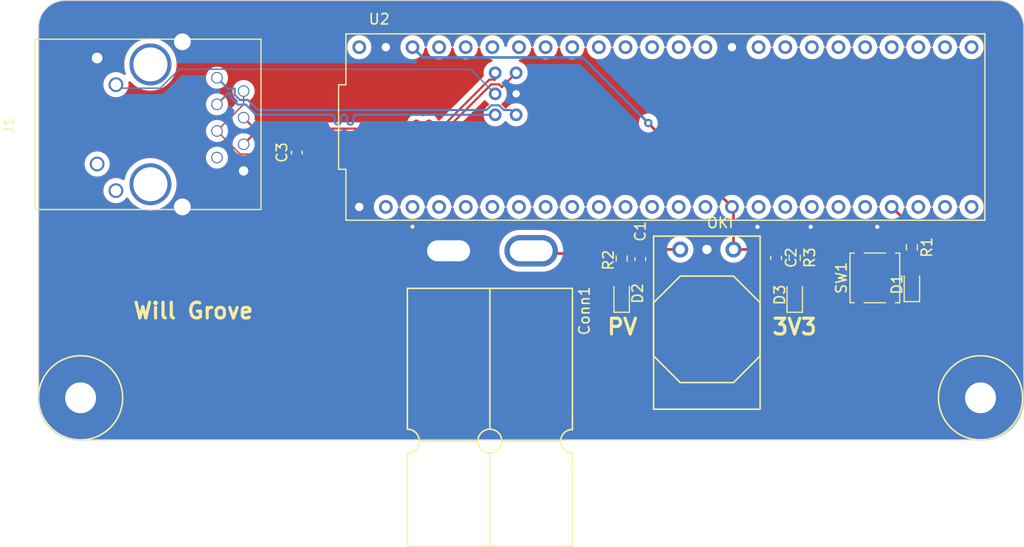
<source format=kicad_pcb>
(kicad_pcb (version 20221018) (generator pcbnew)
  (layers (0 "F.Cu" signal) (31 "B.Cu" signal) (34 "B.Paste" user) (35 "F.Paste" user) (36 "B.SilkS" user "B.Silkscreen") (37 "F.SilkS" user "F.Silkscreen") (38 "B.Mask" user) (39 "F.Mask" user) (44 "Edge.Cuts" user))
  (net 0 "")
  (net 1 "PV")
  (net 2 "GND")
  (net 3 "+3V3")
  (net 4 "Net-(C3-Pad2)")
  (net 5 "Net-(D1-A)")
  (net 6 "Net-(D2-A)")
  (net 7 "Net-(D3-A)")
  (net 9 "Net-(J1-Pad10)")
  (net 11 "/T+")
  (net 12 "/T-")
  (net 14 "/R+")
  (net 15 "/R-")
  (net 16 "Test_Button")
  (footprint "MRDT_Connectors:Square_Anderson_2_H_Side_By_Side_PV" (layer "F.Cu") (at 121.366 73.2814 90)
    (fp_text reference "Conn1" (at -5.85 13.25 90) (layer "F.SilkS"))
    (fp_text value "AndersonPP")
    (fp_line (start -28.344 -3.637) (end -28.344 12.111) (stroke (width 0.15)) (layer "F.SilkS"))
    (fp_line (start -28.3186 -3.637) (end -20.5716 -3.637) (stroke (width 0.15)) (layer "F.SilkS"))
    (fp_line (start -28.3186 4.2116) (end -19.4286 4.2116) (stroke (width 0.15)) (layer "F.SilkS"))
    (fp_line (start -20.597 12.111) (end -19.4286 12.111) (stroke (width 0.15)) (layer "F.SilkS"))
    (fp_line (start -20.5716 12.111) (end -28.3186 12.111) (stroke (width 0.15)) (layer "F.SilkS"))
    (fp_line (start -19.4286 -3.637) (end -20.6478 -3.637) (stroke (width 0.15)) (layer "F.SilkS"))
    (fp_line (start -18.2856 -2.494) (end -18.2856 -1.3256) (stroke (width 0.15)) (layer "F.SilkS"))
    (fp_line (start -18.2856 1.951) (end -18.2856 -1.3256) (stroke (width 0.15)) (layer "F.SilkS"))
    (fp_line (start -18.2856 1.951) (end -18.2856 3.094) (stroke (width 0.15)) (layer "F.SilkS"))
    (fp_line (start -18.2856 6.523) (end -18.2856 5.38) (stroke (width 0.15)) (layer "F.SilkS"))
    (fp_line (start -18.2856 6.523) (end -18.2856 9.825) (stroke (width 0.15)) (layer "F.SilkS"))
    (fp_line (start -18.2856 9.7996) (end -18.2856 10.968) (stroke (width 0.15)) (layer "F.SilkS"))
    (fp_line (start -16.025 -3.637) (end -17.1172 -3.637) (stroke (width 0.15)) (layer "F.SilkS"))
    (fp_line (start -15.9996 -3.637) (end -3.706 -3.637) (stroke (width 0.15)) (layer "F.SilkS"))
    (fp_line (start -15.9996 4.237) (end -17.1426 4.237) (stroke (width 0.15)) (layer "F.SilkS"))
    (fp_line (start -15.9996 4.237) (end -3.706 4.237) (stroke (width 0.15)) (layer "F.SilkS"))
    (fp_line (start -15.9996 12.111) (end -3.706 12.111) (stroke (width 0.15)) (layer "F.SilkS"))
    (fp_line (start -15.9742 12.111) (end -17.168 12.111) (stroke (width 0.15)) (layer "F.SilkS"))
    (fp_line (start -3.706 -3.637) (end -3.706 12.111) (stroke (width 0.15)) (layer "F.SilkS"))
    (fp_arc (start -19.4032 12.111) (mid -19.075863 11.320737) (end -18.2856 10.9934) (stroke (width 0.15)) (layer "F.SilkS"))
    (fp_arc (start -18.2856 -2.494) (mid -19.093823 -2.828777) (end -19.4286 -3.637) (stroke (width 0.15)) (layer "F.SilkS"))
    (fp_arc (start -18.2856 10.9934) (mid -17.495337 11.320737) (end -17.168 12.111) (stroke (width 0.15)) (layer "F.SilkS"))
    (fp_arc (start -17.1426 -3.637) (mid -17.477377 -2.828777) (end -18.2856 -2.494) (stroke (width 0.15)) (layer "F.SilkS"))
    (fp_circle (center -18.2856 4.237) (end -18.2856 5.38) (stroke (width 0.15)) (fill none) (layer "F.SilkS"))
    (pad "1" thru_hole oval (at -0.1246 0.3 90) (size 3 5.1) (drill oval 2 4.1) (layers "*.Cu" "*.Mask") (net 2 "GND"))
    (pad "4" thru_hole oval (at -0.1246 8.174 90) (size 3 5.1) (drill oval 2 4.1) (layers "*.Cu" "*.Mask") (net 1 "PV"))
  )
  (footprint "Button_Switch_SMD:SW_SPST_TL3305A" (layer "F.Cu") (at 162.33 75.99 90)
    (fp_text reference "SW1" (at 0 -3.2 90) (layer "F.SilkS"))
    (fp_text value "SW_Push")
    (fp_line (start -2.37 -2.37) (end -2.37 -1.97) (stroke (width 0.12)) (layer "F.SilkS"))
    (fp_line (start -2.37 -2.37) (end 2.37 -2.37) (stroke (width 0.12)) (layer "F.SilkS"))
    (fp_line (start -2.37 1.03) (end -2.37 -1.03) (stroke (width 0.12)) (layer "F.SilkS"))
    (fp_line (start -2.37 2.37) (end -2.37 1.97) (stroke (width 0.12)) (layer "F.SilkS"))
    (fp_line (start -2.37 2.37) (end 2.37 2.37) (stroke (width 0.12)) (layer "F.SilkS"))
    (fp_line (start 2.37 -2.37) (end 2.37 -1.97) (stroke (width 0.12)) (layer "F.SilkS"))
    (fp_line (start 2.37 1.03) (end 2.37 -1.03) (stroke (width 0.12)) (layer "F.SilkS"))
    (fp_line (start 2.37 2.37) (end 2.37 1.97) (stroke (width 0.12)) (layer "F.SilkS"))
    (pad "1" smd rect (at -3.6 -1.5 90) (size 1.6 1.4) (layers "F.Cu" "F.Paste" "F.Mask") (net 3 "+3V3"))
    (pad "1" smd rect (at 3.6 -1.5 90) (size 1.6 1.4) (layers "F.Cu" "F.Paste" "F.Mask") (net 3 "+3V3"))
    (pad "2" smd rect (at -3.6 1.5 90) (size 1.6 1.4) (layers "F.Cu" "F.Paste" "F.Mask") (net 16 "Test_Button"))
    (pad "2" smd rect (at 3.6 1.5 90) (size 1.6 1.4) (layers "F.Cu" "F.Paste" "F.Mask") (net 16 "Test_Button"))
  )
  (footprint "Capacitor_SMD:C_0603_1608Metric_Pad1.08x0.95mm_HandSolder" (layer "F.Cu") (at 107.188 64.0295 90)
    (fp_text reference "C3" (at 0 -1.43 90) (layer "F.SilkS"))
    (fp_text value "0.1uF")
    (fp_line (start -0.146267 -0.51) (end 0.146267 -0.51) (stroke (width 0.12)) (layer "F.SilkS"))
    (fp_line (start -0.146267 0.51) (end 0.146267 0.51) (stroke (width 0.12)) (layer "F.SilkS"))
    (pad "1" smd roundrect (at -0.8625 0 90) (size 1.075 0.95) (layers "F.Cu" "F.Paste" "F.Mask") (net 2 "GND"))
    (pad "2" smd roundrect (at 0.8625 0 90) (size 1.075 0.95) (layers "F.Cu" "F.Paste" "F.Mask") (net 4 "Net-(C3-Pad2)"))
  )
  (footprint "MRDT_Devices:OKI_Horizontal" (layer "F.Cu") (at 143.764 73.279)
    (fp_text reference "U1" hide)
    (fp_text value "OKI" (at 3.81 -2.54) (layer "F.SilkS"))
    (fp_line (start -2.54 -1.27) (end 7.62 -1.27) (stroke (width 0.15)) (layer "F.SilkS"))
    (fp_line (start -2.54 5.08) (end 0 2.54) (stroke (width 0.15)) (layer "F.SilkS"))
    (fp_line (start -2.54 10.16) (end -2.54 5.08) (stroke (width 0.15)) (layer "F.SilkS"))
    (fp_line (start -2.54 15.24) (end -2.54 -1.27) (stroke (width 0.15)) (layer "F.SilkS"))
    (fp_line (start -2.54 15.24) (end 7.62 15.24) (stroke (width 0.15)) (layer "F.SilkS"))
    (fp_line (start 0 2.54) (end 5.08 2.54) (stroke (width 0.15)) (layer "F.SilkS"))
    (fp_line (start 0 12.7) (end -2.54 10.16) (stroke (width 0.15)) (layer "F.SilkS"))
    (fp_line (start 5.08 2.54) (end 7.62 5.08) (stroke (width 0.15)) (layer "F.SilkS"))
    (fp_line (start 5.08 12.7) (end 0 12.7) (stroke (width 0.15)) (layer "F.SilkS"))
    (fp_line (start 7.62 -1.27) (end 7.62 15.24) (stroke (width 0.15)) (layer "F.SilkS"))
    (fp_line (start 7.62 5.08) (end 7.62 10.16) (stroke (width 0.15)) (layer "F.SilkS"))
    (fp_line (start 7.62 10.16) (end 5.08 12.7) (stroke (width 0.15)) (layer "F.SilkS"))
    (pad "1" thru_hole circle (at 0 0) (size 1.524 1.524) (drill 0.889) (layers "*.Cu" "*.Mask") (net 1 "PV"))
    (pad "2" thru_hole circle (at 2.54 0) (size 1.524 1.524) (drill 0.889) (layers "*.Cu" "*.Mask") (net 2 "GND"))
    (pad "3" thru_hole circle (at 5.08 0) (size 1.524 1.524) (drill 0.889) (layers "*.Cu" "*.Mask") (net 3 "+3V3"))
  )
  (footprint "Resistor_SMD:R_0603_1608Metric_Pad0.98x0.95mm_HandSolder" (layer "F.Cu") (at 165.862 73.0765 -90)
    (fp_text reference "R1" (at 0 -1.43 90) (layer "F.SilkS"))
    (fp_text value "120")
    (fp_line (start -0.254724 -0.5225) (end 0.254724 -0.5225) (stroke (width 0.12)) (layer "F.SilkS"))
    (fp_line (start -0.254724 0.5225) (end 0.254724 0.5225) (stroke (width 0.12)) (layer "F.SilkS"))
    (pad "1" smd roundrect (at -0.9125 0 270) (size 0.975 0.95) (layers "F.Cu" "F.Paste" "F.Mask") (net 16 "Test_Button"))
    (pad "2" smd roundrect (at 0.9125 0 270) (size 0.975 0.95) (layers "F.Cu" "F.Paste" "F.Mask") (net 5 "Net-(D1-A)"))
  )
  (footprint "LED_SMD:LED_0603_1608Metric_Pad1.05x0.95mm_HandSolder" (layer "F.Cu") (at 154.686 77.611 90)
    (fp_text reference "D3" (at 0 -1.43 90) (layer "F.SilkS"))
    (fp_text value "LED")
    (fp_line (start -1.66 -0.735) (end -1.66 0.735) (stroke (width 0.12)) (layer "F.SilkS"))
    (fp_line (start -1.66 0.735) (end 0.8 0.735) (stroke (width 0.12)) (layer "F.SilkS"))
    (fp_line (start 0.8 -0.735) (end -1.66 -0.735) (stroke (width 0.12)) (layer "F.SilkS"))
    (pad "1" smd roundrect (at -0.875 0 90) (size 1.05 0.95) (layers "F.Cu" "F.Paste" "F.Mask") (net 2 "GND"))
    (pad "2" smd roundrect (at 0.875 0 90) (size 1.05 0.95) (layers "F.Cu" "F.Paste" "F.Mask") (net 7 "Net-(D3-A)"))
  )
  (footprint "MRDT_Connectors:RJ45_Teensy" (layer "F.Cu") (at 80.218 61.466 -90)
    (fp_text reference "J1" (at 0 0.5 90) (layer "F.SilkS"))
    (fp_text value "RJ45_LED_Shielded")
    (fp_line (start -8.25 -23.55) (end 8 -23.55) (stroke (width 0.12)) (layer "F.SilkS"))
    (fp_line (start -8.25 -2) (end -8.25 -23.55) (stroke (width 0.12)) (layer "F.SilkS"))
    (fp_line (start -8.25 -2) (end 8 -2) (stroke (width 0.12)) (layer "F.SilkS"))
    (fp_line (start 8 -2) (end 8 -23.55) (stroke (width 0.12)) (layer "F.SilkS"))
    (pad "1" thru_hole circle (at -4.57 -19.35 270) (size 1.1 1.1) (drill 0.9) (layers "*.Cu" "*.Mask") (net 11 "/T+"))
    (pad "2" thru_hole circle (at -3.3 -21.89 270) (size 1.1 1.1) (drill 0.9) (layers "*.Cu" "*.Mask") (net 4 "Net-(C3-Pad2)"))
    (pad "3" thru_hole circle (at -2.03 -19.35 270) (size 1.1 1.1) (drill 0.9) (layers "*.Cu" "*.Mask") (net 12 "/T-"))
    (pad "4" thru_hole circle (at -0.76 -21.89 270) (size 1.1 1.1) (drill 0.9) (layers "*.Cu" "*.Mask") (net 14 "/R+"))
    (pad "5" thru_hole circle (at 0.51 -19.35 270) (size 1.1 1.1) (drill 0.9) (layers "*.Cu" "*.Mask") (net 4 "Net-(C3-Pad2)"))
    (pad "6" thru_hole circle (at 1.78 -21.89 270) (size 1.1 1.1) (drill 0.9) (layers "*.Cu" "*.Mask") (net 15 "/R-"))
    (pad "7" thru_hole circle (at 3.05 -19.35 270) (size 1.1 1.1) (drill 0.9) (layers "*.Cu" "*.Mask"))
    (pad "8" thru_hole circle (at 4.32 -21.89 270) (size 1.1 1.1) (drill 0.9) (layers "*.Cu" "*.Mask") (net 2 "GND"))
    (pad "9" thru_hole circle (at -6.45 -7.92 270) (size 1.4 1.4) (drill 1.02) (layers "*.Cu" "*.Mask") (net 2 "GND"))
    (pad "10" thru_hole circle (at -3.91 -9.71 270) (size 1.4 1.4) (drill 1.02) (layers "*.Cu" "*.Mask") (net 9 "Net-(J1-Pad10)"))
    (pad "11" thru_hole circle (at 3.66 -7.92 270) (size 1.4 1.4) (drill 1.02) (layers "*.Cu" "*.Mask"))
    (pad "12" thru_hole circle (at 6.2 -9.71 270) (size 1.4 1.4) (drill 1.02) (layers "*.Cu" "*.Mask"))
    (pad "13" thru_hole circle (at -5.84 -13 270) (size 4 4) (drill 3.25) (layers "*.Cu" "*.Mask"))
    (pad "14" thru_hole circle (at 5.59 -13 270) (size 4 4) (drill 3.25) (layers "*.Cu" "*.Mask"))
    (pad "SH" thru_hole circle (at -8 -16.05 270) (size 2 2) (drill 1.6) (layers "*.Cu" "*.Mask") (net 2 "GND"))
    (pad "SH" thru_hole circle (at 7.75 -16.05 270) (size 2 2) (drill 1.6) (layers "*.Cu" "*.Mask") (net 2 "GND"))
  )
  (footprint "MRDT_Drill_Holes:4_40_Hole_Corner" (layer "F.Cu") (at 82.55 91.44)
    (fp_text reference "REF**" hide)
    (fp_text value "4_40_Hole" hide)
    (fp_circle (center 4.00812 -4.00812) (end 4.00812 0.00508) (stroke (width 0.15)) (fill none) (layer "F.SilkS"))
    (pad "" np_thru_hole circle (at 4.00812 -4.00812) (size 2.9464 2.9464) (drill 2.9464) (layers "*.Cu" "*.Mask") (clearance 2.5))
  )
  (footprint "MRDT_Drill_Holes:4_40_Hole_Corner" (layer "F.Cu") (at 168.402 91.44)
    (fp_text reference "REF**" hide)
    (fp_text value "4_40_Hole" hide)
    (fp_circle (center 4.00812 -4.00812) (end 4.00812 0.00508) (stroke (width 0.15)) (fill none) (layer "F.SilkS"))
    (pad "" np_thru_hole circle (at 4.00812 -4.00812) (size 2.9464 2.9464) (drill 2.9464) (layers "*.Cu" "*.Mask") (clearance 2.5))
  )
  (footprint "LED_SMD:LED_0603_1608Metric_Pad1.05x0.95mm_HandSolder" (layer "F.Cu") (at 165.862 76.595 90)
    (fp_text reference "D1" (at 0 -1.43 90) (layer "F.SilkS"))
    (fp_text value "Green")
    (fp_line (start -1.66 -0.735) (end -1.66 0.735) (stroke (width 0.12)) (layer "F.SilkS"))
    (fp_line (start -1.66 0.735) (end 0.8 0.735) (stroke (width 0.12)) (layer "F.SilkS"))
    (fp_line (start 0.8 -0.735) (end -1.66 -0.735) (stroke (width 0.12)) (layer "F.SilkS"))
    (pad "1" smd roundrect (at -0.875 0 90) (size 1.05 0.95) (layers "F.Cu" "F.Paste" "F.Mask") (net 2 "GND"))
    (pad "2" smd roundrect (at 0.875 0 90) (size 1.05 0.95) (layers "F.Cu" "F.Paste" "F.Mask") (net 5 "Net-(D1-A)"))
  )
  (footprint "MRDT_Shields:Teensy_4_1_Ethernet" (layer "F.Cu") (at 142.35 61.6)
    (fp_text reference "U2" (at -27.305 -10.295) (layer "F.SilkS"))
    (fp_text value "Teensy4.1_DEV-16771")
    (fp_line (start -31.18 4.03) (end -31.18 -4.03) (stroke (width 0.127)) (layer "F.SilkS"))
    (fp_line (start -30.48 -8.89) (end -30.48 -4.03) (stroke (width 0.127)) (layer "F.SilkS"))
    (fp_line (start -30.48 -8.89) (end 30.48 -8.89) (stroke (width 0.127)) (layer "F.SilkS"))
    (fp_line (start -30.48 -4.03) (end -31.18 -4.03) (stroke (width 0.127)) (layer "F.SilkS"))
    (fp_line (start -30.48 4.03) (end -31.18 4.03) (stroke (width 0.127)) (layer "F.SilkS"))
    (fp_line (start -30.48 8.89) (end -30.48 4.03) (stroke (width 0.127)) (layer "F.SilkS"))
    (fp_line (start 30.48 -8.89) (end 30.48 8.89) (stroke (width 0.127)) (layer "F.SilkS"))
    (fp_line (start 30.48 8.89) (end -30.48 8.89) (stroke (width 0.127)) (layer "F.SilkS"))
    (fp_circle (center -24.13 9.5) (end -24.03 9.5) (stroke (width 0.2)) (fill none) (layer "F.SilkS"))
    (pad "0" thru_hole circle (at -26.67 7.62) (size 1.308 1.308) (drill 0.8) (layers "*.Cu" "*.Mask"))
    (pad "1" thru_hole circle (at -24.13 7.62) (size 1.308 1.308) (drill 0.8) (layers "*.Cu" "*.Mask"))
    (pad "2" thru_hole circle (at -21.59 7.62) (size 1.308 1.308) (drill 0.8) (layers "*.Cu" "*.Mask"))
    (pad "3" thru_hole circle (at -19.05 7.62) (size 1.308 1.308) (drill 0.8) (layers "*.Cu" "*.Mask"))
    (pad "3.3V_1" thru_hole circle (at 6.35 7.62) (size 1.308 1.308) (drill 0.8) (layers "*.Cu" "*.Mask") (net 3 "+3V3"))
    (pad "3.3V_2" thru_hole circle (at -24.13 -7.62) (size 1.308 1.308) (drill 0.8) (layers "*.Cu" "*.Mask") (net 3 "+3V3"))
    (pad "4" thru_hole circle (at -16.51 7.62) (size 1.308 1.308) (drill 0.8) (layers "*.Cu" "*.Mask"))
    (pad "5" thru_hole circle (at -13.97 7.62) (size 1.308 1.308) (drill 0.8) (layers "*.Cu" "*.Mask"))
    (pad "6" thru_hole circle (at -11.43 7.62) (size 1.308 1.308) (drill 0.8) (layers "*.Cu" "*.Mask"))
    (pad "7" thru_hole circle (at -8.89 7.62) (size 1.308 1.308) (drill 0.8) (layers "*.Cu" "*.Mask"))
    (pad "8" thru_hole circle (at -6.35 7.62) (size 1.308 1.308) (drill 0.8) (layers "*.Cu" "*.Mask"))
    (pad "9" thru_hole circle (at -3.81 7.62) (size 1.308 1.308) (drill 0.8) (layers "*.Cu" "*.Mask"))
    (pad "10" thru_hole circle (at -1.27 7.62) (size 1.308 1.308) (drill 0.8) (layers "*.Cu" "*.Mask"))
    (pad "11" thru_hole circle (at 1.27 7.62) (size 1.308 1.308) (drill 0.8) (layers "*.Cu" "*.Mask"))
    (pad "12" thru_hole circle (at 3.81 7.62) (size 1.308 1.308) (drill 0.8) (layers "*.Cu" "*.Mask"))
    (pad "13" thru_hole circle (at 3.81 -7.62) (size 1.308 1.308) (drill 0.8) (layers "*.Cu" "*.Mask"))
    (pad "14" thru_hole circle (at 1.27 -7.62) (size 1.308 1.308) (drill 0.8) (layers "*.Cu" "*.Mask"))
    (pad "15" thru_hole circle (at -1.27 -7.62) (size 1.308 1.308) (drill 0.8) (layers "*.Cu" "*.Mask"))
    (pad "16" thru_hole circle (at -3.81 -7.62) (size 1.308 1.308) (drill 0.8) (layers "*.Cu" "*.Mask"))
    (pad "17" thru_hole circle (at -6.35 -7.62) (size 1.308 1.308) (drill 0.8) (layers "*.Cu" "*.Mask"))
    (pad "18" thru_hole circle (at -8.89 -7.62) (size 1.308 1.308) (drill 0.8) (layers "*.Cu" "*.Mask"))
    (pad "19" thru_hole circle (at -11.43 -7.62) (size 1.308 1.308) (drill 0.8) (layers "*.Cu" "*.Mask"))
    (pad "20" thru_hole circle (at -13.97 -7.62) (size 1.308 1.308) (drill 0.8) (layers "*.Cu" "*.Mask"))
    (pad "21" thru_hole circle (at -16.51 -7.62) (size 1.308 1.308) (drill 0.8) (layers "*.Cu" "*.Mask"))
    (pad "22" thru_hole circle (at -19.05 -7.62) (size 1.308 1.308) (drill 0.8) (layers "*.Cu" "*.Mask"))
    (pad "23" thru_hole circle (at -21.59 -7.62) (size 1.308 1.308) (drill 0.8) (layers "*.Cu" "*.Mask"))
    (pad "24" thru_hole circle (at 8.89 7.62) (size 1.308 1.308) (drill 0.8) (layers "*.Cu" "*.Mask"))
    (pad "25" thru_hole circle (at 11.43 7.62) (size 1.308 1.308) (drill 0.8) (layers "*.Cu" "*.Mask"))
    (pad "26" thru_hole circle (at 13.97 7.62) (size 1.308 1.308) (drill 0.8) (layers "*.Cu" "*.Mask"))
    (pad "27" thru_hole circle (at 16.51 7.62) (size 1.308 1.308) (drill 0.8) (layers "*.Cu" "*.Mask"))
    (pad "28" thru_hole circle (at 19.05 7.62) (size 1.308 1.308) (drill 0.8) (layers "*.Cu" "*.Mask"))
    (pad "29" thru_hole circle (at 21.59 7.62) (size 1.308 1.308) (drill 0.8) (layers "*.Cu" "*.Mask") (net 16 "Test_Button"))
    (pad "30" thru_hole circle (at 24.13 7.62) (size 1.308 1.308) (drill 0.8) (layers "*.Cu" "*.Mask"))
    (pad "31" thru_hole circle (at 26.67 7.62) (size 1.308 1.308) (drill 0.8) (layers "*.Cu" "*.Mask"))
    (pad "32" thru_hole circle (at 29.21 7.62) (size 1.308 1.308) (drill 0.8) (layers "*.Cu" "*.Mask"))
    (pad "33" thru_hole circle (at 29.21 -7.62) (size 1.308 1.308) (drill 0.8) (layers "*.Cu" "*.Mask"))
    (pad "34" thru_hole circle (at 26.67 -7.62) (size 1.308 1.308) (drill 0.8) (layers "*.Cu" "*.Mask"))
    (pad "35" thru_hole circle (at 24.13 -7.62) (size 1.308 1.308) (drill 0.8) (layers "*.Cu" "*.Mask"))
    (pad "36" thru_hole circle (at 21.59 -7.62) (size 1.308 1.308) (drill 0.8) (layers "*.Cu" "*.Mask"))
    (pad "37" thru_hole circle (at 19.05 -7.62) (size 1.308 1.308) (drill 0.8) (layers "*.Cu" "*.Mask"))
    (pad "38" thru_hole circle (at 16.51 -7.62) (size 1.308 1.308) (drill 0.8) (layers "*.Cu" "*.Mask"))
    (pad "39" thru_hole circle (at 13.97 -7.62) (size 1.308 1.308) (drill 0.8) (layers "*.Cu" "*.Mask"))
    (pad "40" thru_hole circle (at 11.43 -7.62) (size 1.308 1.308) (drill 0.8) (layers "*.Cu" "*.Mask"))
    (pad "41" thru_hole circle (at 8.89 -7.62) (size 1.308 1.308) (drill 0.8) (layers "*.Cu" "*.Mask"))
    (pad "GND1" thru_hole circle (at -29.21 7.62) (size 1.308 1.308) (drill 0.8) (layers "*.Cu" "*.Mask") (net 2 "GND"))
    (pad "GND2" thru_hole circle (at 6.35 -7.62) (size 1.308 1.308) (drill 0.8) (layers "*.Cu" "*.Mask") (net 2 "GND"))
    (pad "GND3" thru_hole circle (at -26.67 -7.62) (size 1.308 1.308) (drill 0.8) (layers "*.Cu" "*.Mask") (net 2 "GND"))
    (pad "GND5" thru_hole circle (at -14.24 -3.17) (size 1.208 1.208) (drill 0.7) (layers "*.Cu" "*.Mask") (net 2 "GND"))
    (pad "LED" thru_hole circle (at -16.24 -3.17) (size 1.208 1.208) (drill 0.7) (layers "*.Cu" "*.Mask") (net 9 "Net-(J1-Pad10)"))
    (pad "R+" thru_hole circle (at -16.24 -5.17) (size 1.208 1.208) (drill 0.7) (layers "*.Cu" "*.Mask") (net 14 "/R+"))
    (pad "R-" thru_hole circle (at -14.24 -5.17) (size 1.208 1.208) (drill 0.7) (layers "*.Cu" "*.Mask") (net 15 "/R-"))
    (pad "T+" thru_hole circle (at -14.24 -1.17) (size 1.208 1.208) (drill 0.7) (layers "*.Cu" "*.Mask") (net 11 "/T+"))
    (pad "T-" thru_hole circle (at -16.24 -1.17) (size 1.208 1.208) (drill 0.7) (layers "*.Cu" "*.Mask") (net 12 "/T-"))
    (pad "VIN" thru_hole circle (at -29.21 -7.62) (size 1.308 1.308) (drill 0.8) (layers "*.Cu" "*.Mask"))
  )
  (footprint "Capacitor_SMD:C_0603_1608Metric_Pad1.08x0.95mm_HandSolder" (layer "F.Cu") (at 152.908 74.0675 -90)
    (fp_text reference "C2" (at 0 -1.43 -90) (layer "F.SilkS"))
    (fp_text value "10uF")
    (fp_line (start -0.146267 -0.51) (end 0.146267 -0.51) (stroke (width 0.12)) (layer "F.SilkS"))
    (fp_line (start -0.146267 0.51) (end 0.146267 0.51) (stroke (width 0.12)) (layer "F.SilkS"))
    (pad "1" smd roundrect (at -0.8625 0 270) (size 1.075 0.95) (layers "F.Cu" "F.Paste" "F.Mask") (net 3 "+3V3"))
    (pad "2" smd roundrect (at 0.8625 0 270) (size 1.075 0.95) (layers "F.Cu" "F.Paste" "F.Mask") (net 2 "GND"))
  )
  (footprint "Resistor_SMD:R_0603_1608Metric_Pad0.98x0.95mm_HandSolder" (layer "F.Cu") (at 138.176 74.1445 -90)
    (fp_text reference "R2" (at 0.1505 1.27 90) (layer "F.SilkS"))
    (fp_text value "3k")
    (fp_line (start -0.254724 -0.5225) (end 0.254724 -0.5225) (stroke (width 0.12)) (layer "F.SilkS"))
    (fp_line (start -0.254724 0.5225) (end 0.254724 0.5225) (stroke (width 0.12)) (layer "F.SilkS"))
    (pad "1" smd roundrect (at -0.9125 0 270) (size 0.975 0.95) (layers "F.Cu" "F.Paste" "F.Mask") (net 1 "PV"))
    (pad "2" smd roundrect (at 0.9125 0 270) (size 0.975 0.95) (layers "F.Cu" "F.Paste" "F.Mask") (net 6 "Net-(D2-A)"))
  )
  (footprint "Capacitor_SMD:C_0603_1608Metric_Pad1.08x0.95mm_HandSolder" (layer "F.Cu") (at 139.954 74.1945 -90)
    (fp_text reference "C1" (at -2.6405 0 90) (layer "F.SilkS"))
    (fp_text value "10uF")
    (fp_line (start -0.146267 -0.51) (end 0.146267 -0.51) (stroke (width 0.12)) (layer "F.SilkS"))
    (fp_line (start -0.146267 0.51) (end 0.146267 0.51) (stroke (width 0.12)) (layer "F.SilkS"))
    (pad "1" smd roundrect (at -0.8625 0 270) (size 1.075 0.95) (layers "F.Cu" "F.Paste" "F.Mask") (net 1 "PV"))
    (pad "2" smd roundrect (at 0.8625 0 270) (size 1.075 0.95) (layers "F.Cu" "F.Paste" "F.Mask") (net 2 "GND"))
  )
  (footprint "LED_SMD:LED_0603_1608Metric_Pad1.05x0.95mm_HandSolder" (layer "F.Cu") (at 138.176 77.611 90)
    (fp_text reference "D2" (at 0.141 1.524 90) (layer "F.SilkS"))
    (fp_text value "LED")
    (fp_line (start -1.66 -0.735) (end -1.66 0.735) (stroke (width 0.12)) (layer "F.SilkS"))
    (fp_line (start -1.66 0.735) (end 0.8 0.735) (stroke (width 0.12)) (layer "F.SilkS"))
    (fp_line (start 0.8 -0.735) (end -1.66 -0.735) (stroke (width 0.12)) (layer "F.SilkS"))
    (pad "1" smd roundrect (at -0.875 0 90) (size 1.05 0.95) (layers "F.Cu" "F.Paste" "F.Mask") (net 2 "GND"))
    (pad "2" smd roundrect (at 0.875 0 90) (size 1.05 0.95) (layers "F.Cu" "F.Paste" "F.Mask") (net 6 "Net-(D2-A)"))
  )
  (footprint "Resistor_SMD:R_0603_1608Metric_Pad0.98x0.95mm_HandSolder" (layer "F.Cu") (at 154.686 74.0645 -90)
    (fp_text reference "R3" (at 0 -1.43 90) (layer "F.SilkS"))
    (fp_text value "120")
    (fp_line (start -0.254724 -0.5225) (end 0.254724 -0.5225) (stroke (width 0.12)) (layer "F.SilkS"))
    (fp_line (start -0.254724 0.5225) (end 0.254724 0.5225) (stroke (width 0.12)) (layer "F.SilkS"))
    (pad "1" smd roundrect (at -0.9125 0 270) (size 0.975 0.95) (layers "F.Cu" "F.Paste" "F.Mask") (net 3 "+3V3"))
    (pad "2" smd roundrect (at 0.9125 0 270) (size 0.975 0.95) (layers "F.Cu" "F.Paste" "F.Mask") (net 7 "Net-(D3-A)"))
  )
  (gr_line (start 82.55 87.63) (end 82.55 52.07) (stroke (width 0.1)) (layer "Edge.Cuts"))
  (gr_arc (start 173.99 49.53) (mid 175.786051 50.273949) (end 176.53 52.07) (stroke (width 0.1)) (layer "Edge.Cuts"))
  (gr_arc (start 176.53 87.63) (mid 175.414077 90.324077) (end 172.72 91.44) (stroke (width 0.1)) (layer "Edge.Cuts"))
  (gr_line (start 176.53 52.07) (end 176.53 87.63) (stroke (width 0.1)) (layer "Edge.Cuts"))
  (gr_line (start 85.09 49.53) (end 173.99 49.53) (stroke (width 0.1)) (layer "Edge.Cuts"))
  (gr_arc (start 86.36 91.44) (mid 83.665923 90.324077) (end 82.55 87.63) (stroke (width 0.1)) (layer "Edge.Cuts"))
  (gr_line (start 172.72 91.44) (end 86.36 91.44) (stroke (width 0.1)) (layer "Edge.Cuts"))
  (gr_arc (start 82.55 52.07) (mid 83.293949 50.273949) (end 85.09 49.53) (stroke (width 0.1)) (layer "Edge.Cuts"))
  (gr_text "3V3" (at 152.4 81.534) (layer "F.SilkS") (effects (font (size 1.5 1.5) (thickness 0.3) bold) (justify left bottom)))
  (gr_text "Will Grove" (at 91.44 80.01) (layer "F.SilkS") (effects (font (size 1.5 1.5) (thickness 0.3) bold) (justify left bottom)))
  (gr_text "PV" (at 136.652 81.534) (layer "F.SilkS") (effects (font (size 1.5 1.5) (thickness 0.3) bold) (justify left bottom)))
  (segment (start 140.007 73.279) (end 143.764 73.279) (width 0.254) (layer "F.Cu") (net 1))
  (segment (start 139.954 73.332) (end 140.007 73.279) (width 0.254) (layer "F.Cu") (net 1))
  (segment (start 129.794 73.66) (end 137.748 73.66) (width 0.254) (layer "F.Cu") (net 1))
  (segment (start 137.748 73.66) (end 138.176 73.232) (width 0.254) (layer "F.Cu") (net 1))
  (segment (start 138.176 73.232) (end 139.854 73.232) (width 0.254) (layer "F.Cu") (net 1))
  (segment (start 139.854 73.232) (end 139.954 73.332) (width 0.254) (layer "F.Cu") (net 1))
  (via (at 156.21 71.12) (size 0.8) (drill 0.4) (layers "F.Cu" "B.Cu") (net 2))
  (via (at 151.13 71.12) (size 0.8) (drill 0.4) (layers "F.Cu" "B.Cu") (net 2))
  (via (at 162.56 71.12) (size 0.8) (drill 0.4) (layers "F.Cu" "B.Cu") (net 2))
  (segment (start 152.834 73.279) (end 152.908 73.205) (width 0.254) (layer "F.Cu") (net 3))
  (segment (start 152.908 73.205) (end 154.633 73.205) (width 0.254) (layer "F.Cu") (net 3))
  (segment (start 140.716 61.236) (end 140.716 61.214) (width 0.254) (layer "F.Cu") (net 3))
  (segment (start 148.844 69.364) (end 148.7 69.22) (width 0.254) (layer "F.Cu") (net 3))
  (segment (start 148.7 69.22) (end 140.716 61.236) (width 0.254) (layer "F.Cu") (net 3))
  (segment (start 155.448 72.39) (end 160.83 72.39) (width 0.254) (layer "F.Cu") (net 3))
  (segment (start 148.844 73.279) (end 148.844 69.364) (width 0.254) (layer "F.Cu") (net 3))
  (segment (start 154.686 73.152) (end 155.448 72.39) (width 0.254) (layer "F.Cu") (net 3))
  (segment (start 154.633 73.205) (end 154.686 73.152) (width 0.254) (layer "F.Cu") (net 3))
  (segment (start 160.83 72.39) (end 160.83 79.59) (width 0.254) (layer "F.Cu") (net 3))
  (segment (start 148.844 73.279) (end 152.834 73.279) (width 0.254) (layer "F.Cu") (net 3))
  (via (at 140.716 61.214) (size 0.8) (drill 0.4) (layers "F.Cu" "B.Cu") (net 3))
  (segment (start 134.463 54.961) (end 119.201 54.961) (width 0.254) (layer "B.Cu") (net 3))
  (segment (start 140.716 61.214) (end 134.463 54.961) (width 0.254) (layer "B.Cu") (net 3))
  (segment (start 119.201 54.961) (end 118.22 53.98) (width 0.254) (layer "B.Cu") (net 3))
  (segment (start 101.771037 64.179037) (end 99.568 61.976) (width 0.127) (layer "F.Cu") (net 4))
  (segment (start 106.175963 64.179037) (end 101.771037 64.179037) (width 0.127) (layer "F.Cu") (net 4))
  (segment (start 107.188 63.167) (end 106.175963 64.179037) (width 0.127) (layer "F.Cu") (net 4))
  (segment (start 99.568 61.976) (end 102.108 59.436) (width 0.127) (layer "F.Cu") (net 4))
  (segment (start 102.108 59.436) (end 102.108 58.166) (width 0.127) (layer "F.Cu") (net 4))
  (segment (start 165.862 73.989) (end 165.862 75.72) (width 0.254) (layer "F.Cu") (net 5))
  (segment (start 138.176 75.057) (end 138.176 76.736) (width 0.254) (layer "F.Cu") (net 6))
  (segment (start 154.686 74.977) (end 154.686 76.736) (width 0.254) (layer "F.Cu") (net 7))
  (segment (start 94.155573 57.8895) (end 90.2615 57.8895) (width 0.127) (layer "B.Cu") (net 9))
  (segment (start 95.962573 56.0825) (end 94.155573 57.8895) (width 0.127) (layer "B.Cu") (net 9))
  (segment (start 123.7625 56.0825) (end 95.962573 56.0825) (width 0.127) (layer "B.Cu") (net 9))
  (segment (start 90.2615 57.8895) (end 89.928 57.556) (width 0.127) (layer "B.Cu") (net 9))
  (segment (start 126.11 58.43) (end 123.7625 56.0825) (width 0.127) (layer "B.Cu") (net 9))
  (segment (start 126.48445 59.526) (end 126.93845 59.98) (width 0.2) (layer "B.Cu") (net 11))
  (segment (start 99.568 56.896) (end 100.612999 57.940999) (width 0.2) (layer "B.Cu") (net 11))
  (segment (start 102.460082 59.016) (end 102.487141 58.988941) (width 0.2) (layer "B.Cu") (net 11))
  (segment (start 102.487141 58.988941) (end 103.4782 59.98) (width 0.2) (layer "B.Cu") (net 11))
  (segment (start 103.4782 59.98) (end 125.28155 59.98) (width 0.2) (layer "B.Cu") (net 11))
  (segment (start 101.258 57.940999) (end 101.258 58.518082) (width 0.2) (layer "B.Cu") (net 11))
  (segment (start 127.66 59.98) (end 128.11 60.43) (width 0.2) (layer "B.Cu") (net 11))
  (segment (start 125.28155 59.98) (end 125.73555 59.526) (width 0.2) (layer "B.Cu") (net 11))
  (segment (start 125.73555 59.526) (end 126.48445 59.526) (width 0.2) (layer "B.Cu") (net 11))
  (segment (start 100.612999 57.940999) (end 101.258 57.940999) (width 0.2) (layer "B.Cu") (net 11))
  (segment (start 101.258 58.518082) (end 101.755918 59.016) (width 0.2) (layer "B.Cu") (net 11))
  (segment (start 126.93845 59.98) (end 127.66 59.98) (width 0.2) (layer "B.Cu") (net 11))
  (segment (start 101.755918 59.016) (end 102.460082 59.016) (width 0.2) (layer "B.Cu") (net 11))
  (segment (start 100.80802 58.391001) (end 100.80802 58.70447) (width 0.2) (layer "B.Cu") (net 12))
  (segment (start 99.568 59.436) (end 100.612999 58.391001) (width 0.2) (layer "B.Cu") (net 12))
  (segment (start 112.59 61.07235) (end 112.59 60.73) (width 0.2) (layer "B.Cu") (net 12))
  (segment (start 111.39 61.072357) (end 111.39 60.73) (width 0.2) (layer "B.Cu") (net 12))
  (segment (start 100.80802 58.70447) (end 101.56953 59.46598) (width 0.2) (layer "B.Cu") (net 12))
  (segment (start 110.79 60.73) (end 110.79 61.072357) (width 0.2) (layer "B.Cu") (net 12))
  (segment (start 102.32778 59.46598) (end 103.2918 60.43) (width 0.2) (layer "B.Cu") (net 12))
  (segment (start 103.2918 60.43) (end 110.49 60.43) (width 0.2) (layer "B.Cu") (net 12))
  (segment (start 101.56953 59.46598) (end 102.32778 59.46598) (width 0.2) (layer "B.Cu") (net 12))
  (segment (start 113.54 60.43) (end 126.11 60.43) (width 0.2) (layer "B.Cu") (net 12))
  (segment (start 100.612999 58.391001) (end 100.80802 58.391001) (width 0.2) (layer "B.Cu") (net 12))
  (segment (start 111.99 60.73) (end 111.99 61.07235) (width 0.2) (layer "B.Cu") (net 12))
  (segment (start 112.89 60.43) (end 113.54 60.43) (width 0.2) (layer "B.Cu") (net 12))
  (arc (start 112.29 61.37235) (mid 112.502132 61.284482) (end 112.59 61.07235) (width 0.2) (layer "B.Cu") (net 12))
  (arc (start 110.49 60.43) (mid 110.702132 60.517868) (end 110.79 60.73) (width 0.2) (layer "B.Cu") (net 12))
  (arc (start 111.99 61.07235) (mid 112.077868 61.284482) (end 112.29 61.37235) (width 0.2) (layer "B.Cu") (net 12))
  (arc (start 111.39 60.73) (mid 111.477868 60.517868) (end 111.69 60.43) (width 0.2) (layer "B.Cu") (net 12))
  (arc (start 111.09 61.372357) (mid 111.302132 61.284489) (end 111.39 61.072357) (width 0.2) (layer "B.Cu") (net 12))
  (arc (start 111.69 60.43) (mid 111.902132 60.517868) (end 111.99 60.73) (width 0.2) (layer "B.Cu") (net 12))
  (arc (start 112.59 60.73) (mid 112.677868 60.517868) (end 112.89 60.43) (width 0.2) (layer "B.Cu") (net 12))
  (arc (start 110.79 61.072357) (mid 110.877868 61.284489) (end 111.09 61.372357) (width 0.2) (layer "B.Cu") (net 12))
  (segment (start 126.11 57.07602) (end 125.549162 57.07602) (width 0.2) (layer "F.Cu") (net 14))
  (segment (start 103.152999 61.750999) (end 102.108 60.706) (width 0.2) (layer "F.Cu") (net 14))
  (segment (start 119.496 61.286649) (end 119.496 61.450999) (width 0.2) (layer "F.Cu") (net 14))
  (segment (start 117.996 61.750999) (end 116.64623 61.750999) (width 0.2) (layer "F.Cu") (net 14))
  (segment (start 116.64623 61.750999) (end 103.152999 61.750999) (width 0.2) (layer "F.Cu") (net 14))
  (segment (start 120.874183 61.750999) (end 120.396 61.750999) (width 0.2) (layer "F.Cu") (net 14))
  (segment (start 120.096 61.450999) (end 120.096 61.286649) (width 0.2) (layer "F.Cu") (net 14))
  (segment (start 118.896 61.450999) (end 118.896 61.286652) (width 0.2) (layer "F.Cu") (net 14))
  (segment (start 126.11 56.43) (end 126.11 57.07602) (width 0.2) (layer "F.Cu") (net 14))
  (segment (start 125.549162 57.07602) (end 120.874183 61.750999) (width 0.2) (layer "F.Cu") (net 14))
  (segment (start 118.296 61.286652) (end 118.296 61.450999) (width 0.2) (layer "F.Cu") (net 14))
  (arc (start 118.596 60.986652) (mid 118.383868 61.07452) (end 118.296 61.286652) (width 0.2) (layer "F.Cu") (net 14))
  (arc (start 119.496 61.450999) (mid 119.408132 61.663131) (end 119.196 61.750999) (width 0.2) (layer "F.Cu") (net 14))
  (arc (start 120.096 61.286649) (mid 120.008132 61.074517) (end 119.796 60.986649) (width 0.2) (layer "F.Cu") (net 14))
  (arc (start 119.196 61.750999) (mid 118.983868 61.663131) (end 118.896 61.450999) (width 0.2) (layer "F.Cu") (net 14))
  (arc (start 120.396 61.750999) (mid 120.183868 61.663131) (end 120.096 61.450999) (width 0.2) (layer "F.Cu") (net 14))
  (arc (start 119.796 60.986649) (mid 119.583868 61.074517) (end 119.496 61.286649) (width 0.2) (layer "F.Cu") (net 14))
  (arc (start 118.896 61.286652) (mid 118.808132 61.07452) (end 118.596 60.986652) (width 0.2) (layer "F.Cu") (net 14))
  (arc (start 118.296 61.450999) (mid 118.208132 61.663131) (end 117.996 61.750999) (width 0.2) (layer "F.Cu") (net 14))
  (segment (start 126.749225 57.790775) (end 126.48445 57.526) (width 0.2) (layer "F.Cu") (net 15))
  (segment (start 103.152999 62.201001) (end 102.108 63.246) (width 0.2) (layer "F.Cu") (net 15))
  (segment (start 125.73555 57.526) (end 121.060549 62.201001) (width 0.2) (layer "F.Cu") (net 15))
  (segment (start 126.48445 57.526) (end 125.73555 57.526) (width 0.2) (layer "F.Cu") (net 15))
  (segment (start 121.060549 62.201001) (end 103.152999 62.201001) (width 0.2) (layer "F.Cu") (net 15))
  (segment (start 128.11 56.43) (end 126.749225 57.790775) (width 0.2) (layer "F.Cu") (net 15))
  (segment (start 165.862 72.164) (end 165.862 71.142) (width 0.254) (layer "F.Cu") (net 16))
  (segment (start 165.862 72.164) (end 164.056 72.164) (width 0.254) (layer "F.Cu") (net 16))
  (segment (start 165.862 71.142) (end 163.94 69.22) (width 0.254) (layer "F.Cu") (net 16))
  (segment (start 164.056 72.164) (end 163.83 72.39) (width 0.254) (layer "F.Cu") (net 16))
  (segment (start 163.83 72.39) (end 163.83 79.59) (width 0.254) (layer "F.Cu") (net 16))
  (zone (net 2) (net_name "GND") (layers "F&B.Cu") (connect_pads yes (clearance 0.5)) (min_thickness 0.25) (fill yes (thermal_gap 0.5) (thermal_bridge_width 0.5))
    (polygon (pts (xy 176.53 49.53) (xy 82.55 49.53) (xy 82.55 91.44) (xy 176.53 91.44)))
  )
)
</source>
